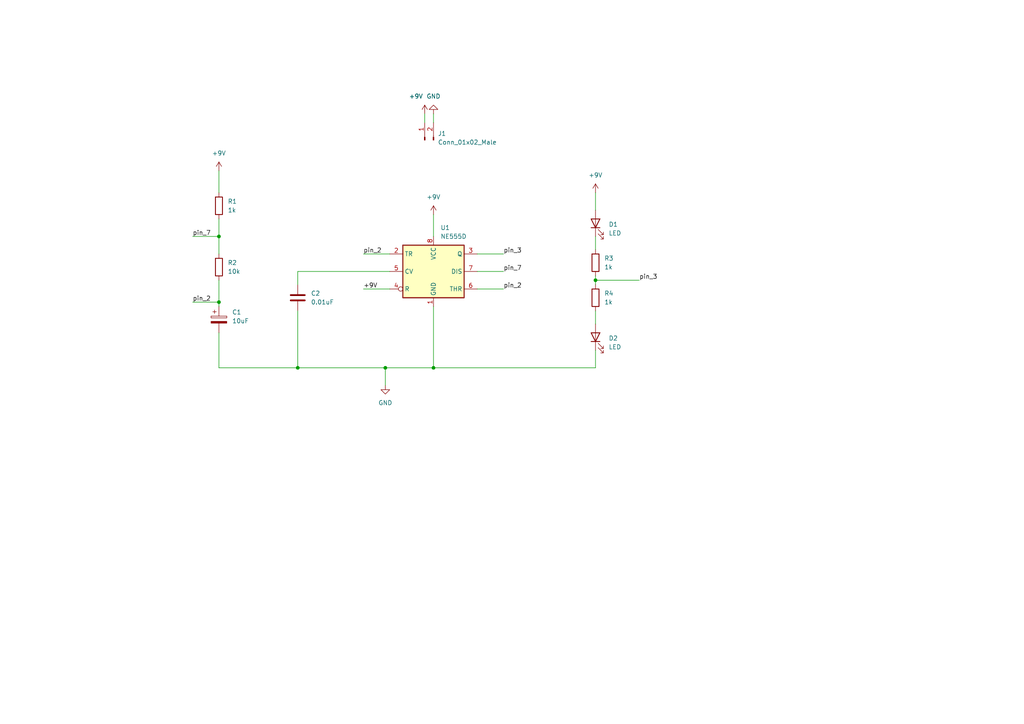
<source format=kicad_sch>
(kicad_sch (version 20211123) (generator eeschema)
  (paper "A4")
  (lib_symbols
    (symbol "Connector:Conn_01x02_Male" (pin_names (offset 1.016) hide)
      (property "Reference" "J" (at 0 2.54 0))
      (property "Value" "Conn_01x02_Male" (at 0 -5.08 0))
      (symbol "Conn_01x02_Male_1_1"
        (polyline (pts (xy 1.27 -2.54) (xy 0.8636 -2.54)) (stroke (width 0.1524)))
        (polyline (pts (xy 1.27 0) (xy 0.8636 0)) (stroke (width 0.1524)))
        (rectangle (start 0.8636 -2.413) (end 0 -2.667) (stroke (width 0.1524)) (fill (type outline)))
        (rectangle (start 0.8636 0.127) (end 0 -0.127) (stroke (width 0.1524)) (fill (type outline)))
        (pin passive line (at 5.08 0 180) (length 3.81) (name "Pin_1") (number "1"))
        (pin passive line (at 5.08 -2.54 180) (length 3.81) (name "Pin_2") (number "2"))
      )
    )
    (symbol "Device:C" (pin_numbers hide) (pin_names (offset 0.254))
      (property "Reference" "C" (at 0.635 2.54 0))
      (property "Value" "C" (at 0.635 -2.54 0))
      (symbol "C_0_1"
        (polyline (pts (xy -2.032 -0.762) (xy 2.032 -0.762)) (stroke (width 0.508)))
        (polyline (pts (xy -2.032 0.762) (xy 2.032 0.762)) (stroke (width 0.508)))
      )
      (symbol "C_1_1"
        (pin passive line (at 0 3.81 270) (length 2.794) (name "~") (number "1"))
        (pin passive line (at 0 -3.81 90) (length 2.794) (name "~") (number "2"))
      )
    )
    (symbol "Device:C_Polarized" (pin_numbers hide) (pin_names (offset 0.254))
      (property "Reference" "C" (at 0.635 2.54 0))
      (property "Value" "C_Polarized" (at 0.635 -2.54 0))
      (symbol "C_Polarized_0_1"
        (rectangle (start -2.286 0.508) (end 2.286 1.016))
        (polyline (pts (xy -1.778 2.286) (xy -0.762 2.286)))
        (polyline (pts (xy -1.27 2.794) (xy -1.27 1.778)))
        (rectangle (start 2.286 -0.508) (end -2.286 -1.016) (fill (type outline)))
      )
      (symbol "C_Polarized_1_1"
        (pin passive line (at 0 3.81 270) (length 2.794) (name "~") (number "1"))
        (pin passive line (at 0 -3.81 90) (length 2.794) (name "~") (number "2"))
      )
    )
    (symbol "Device:LED" (pin_numbers hide) (pin_names (offset 1.016) hide)
      (property "Reference" "D" (at 0 2.54 0))
      (property "Value" "LED" (at 0 -2.54 0))
      (symbol "LED_0_1"
        (polyline (pts (xy -1.27 -1.27) (xy -1.27 1.27)) (stroke (width 0.254)))
        (polyline (pts (xy -1.27 0) (xy 1.27 0)))
        (polyline (pts (xy 1.27 -1.27) (xy 1.27 1.27) (xy -1.27 0) (xy 1.27 -1.27)) (stroke (width 0.254)))
        (polyline (pts (xy -3.048 -0.762) (xy -4.572 -2.286) (xy -3.81 -2.286) (xy -4.572 -2.286) (xy -4.572 -1.524)))
        (polyline (pts (xy -1.778 -0.762) (xy -3.302 -2.286) (xy -2.54 -2.286) (xy -3.302 -2.286) (xy -3.302 -1.524)))
      )
      (symbol "LED_1_1"
        (pin passive line (at -3.81 0 0) (length 2.54) (name "K") (number "1"))
        (pin passive line (at 3.81 0 180) (length 2.54) (name "A") (number "2"))
      )
    )
    (symbol "Device:R" (pin_numbers hide) (pin_names (offset 0))
      (property "Reference" "R" (at 2.032 0 90))
      (property "Value" "R" (at 0 0 90))
      (symbol "R_0_1"
        (rectangle (start -1.016 -2.54) (end 1.016 2.54) (stroke (width 0.254)))
      )
      (symbol "R_1_1"
        (pin passive line (at 0 3.81 270) (length 1.27) (name "~") (number "1"))
        (pin passive line (at 0 -3.81 90) (length 1.27) (name "~") (number "2"))
      )
    )
    (symbol "Timer:NE555D"
      (property "Reference" "U" (at -10.16 8.89 0))
      (property "Value" "NE555D" (at 2.54 8.89 0))
      (symbol "NE555D_0_0"
        (pin power_in line (at 0 -10.16 90) (length 2.54) (name "GND") (number "1"))
        (pin power_in line (at 0 10.16 270) (length 2.54) (name "VCC") (number "8"))
      )
      (symbol "NE555D_0_1"
        (rectangle (start -8.89 -7.62) (end 8.89 7.62) (stroke (width 0.254)) (fill (type background)))
        (rectangle (start -8.89 -7.62) (end 8.89 7.62) (stroke (width 0.254)) (fill (type background)))
      )
      (symbol "NE555D_1_1"
        (pin input line (at -12.7 5.08 0) (length 3.81) (name "TR") (number "2"))
        (pin output line (at 12.7 5.08 180) (length 3.81) (name "Q") (number "3"))
        (pin input inverted (at -12.7 -5.08 0) (length 3.81) (name "R") (number "4"))
        (pin input line (at -12.7 0 0) (length 3.81) (name "CV") (number "5"))
        (pin input line (at 12.7 -5.08 180) (length 3.81) (name "THR") (number "6"))
        (pin input line (at 12.7 0 180) (length 3.81) (name "DIS") (number "7"))
      )
    )
    (symbol "power:+9V" (power) (pin_names (offset 0))
      (property "Value" "+9V" (at 0 3.556 0))
      (symbol "+9V_0_1"
        (polyline (pts (xy -0.762 1.27) (xy 0 2.54)))
        (polyline (pts (xy 0 0) (xy 0 2.54)))
        (polyline (pts (xy 0 2.54) (xy 0.762 1.27)))
      )
      (symbol "+9V_1_1"
        (pin power_in line (at 0 0 90) (length 0) hide (name "+9V") (number "1"))
      )
    )
    (symbol "power:GND" (power) (pin_names (offset 0))
      (property "Value" "GND" (at 0 -3.81 0))
      (symbol "GND_0_1"
        (polyline (pts (xy 0 0) (xy 0 -1.27) (xy 1.27 -1.27) (xy 0 -2.54) (xy -1.27 -1.27) (xy 0 -1.27)))
      )
      (symbol "GND_1_1"
        (pin power_in line (at 0 0 270) (length 0) hide (name "GND") (number "1"))
      )
    )
  )
  (junction (at 86.36 106.68))
  (junction (at 63.5 87.63))
  (junction (at 125.73 106.68))
  (junction (at 63.5 68.58))
  (junction (at 172.72 81.28))
  (junction (at 111.76 106.68))
  (wire (pts (xy 172.72 81.28) (xy 185.42 81.28)))
  (wire (pts (xy 63.5 96.52) (xy 63.5 106.68)))
  (wire (pts (xy 111.76 106.68) (xy 111.76 111.76)))
  (wire (pts (xy 172.72 81.28) (xy 172.72 82.55)))
  (wire (pts (xy 125.73 106.68) (xy 172.72 106.68)))
  (wire (pts (xy 105.41 73.66) (xy 113.03 73.66)))
  (wire (pts (xy 138.43 73.66) (xy 146.05 73.66)))
  (wire (pts (xy 86.36 82.55) (xy 86.36 78.74)))
  (wire (pts (xy 55.88 87.63) (xy 63.5 87.63)))
  (wire (pts (xy 123.19 33.02) (xy 123.19 35.56)))
  (wire (pts (xy 172.72 55.88) (xy 172.72 60.96)))
  (wire (pts (xy 105.41 83.82) (xy 113.03 83.82)))
  (wire (pts (xy 138.43 83.82) (xy 146.05 83.82)))
  (wire (pts (xy 172.72 68.58) (xy 172.72 72.39)))
  (wire (pts (xy 172.72 93.98) (xy 172.72 90.17)))
  (wire (pts (xy 63.5 87.63) (xy 63.5 88.9)))
  (wire (pts (xy 63.5 49.53) (xy 63.5 55.88)))
  (wire (pts (xy 63.5 63.5) (xy 63.5 68.58)))
  (wire (pts (xy 125.73 62.23) (xy 125.73 68.58)))
  (wire (pts (xy 86.36 106.68) (xy 111.76 106.68)))
  (wire (pts (xy 86.36 78.74) (xy 113.03 78.74)))
  (wire (pts (xy 86.36 90.17) (xy 86.36 106.68)))
  (wire (pts (xy 55.88 68.58) (xy 63.5 68.58)))
  (wire (pts (xy 63.5 106.68) (xy 86.36 106.68)))
  (wire (pts (xy 172.72 80.01) (xy 172.72 81.28)))
  (wire (pts (xy 125.73 88.9) (xy 125.73 106.68)))
  (wire (pts (xy 63.5 81.28) (xy 63.5 87.63)))
  (wire (pts (xy 125.73 33.02) (xy 125.73 35.56)))
  (wire (pts (xy 63.5 68.58) (xy 63.5 73.66)))
  (wire (pts (xy 138.43 78.74) (xy 146.05 78.74)))
  (wire (pts (xy 111.76 106.68) (xy 125.73 106.68)))
  (wire (pts (xy 172.72 106.68) (xy 172.72 101.6)))
  (label "pin_2" (at 55.88 87.63 0))
  (label "pin_7" (at 55.88 68.58 0))
  (label "pin_3" (at 185.42 81.28 0))
  (label "+9V" (at 105.41 83.82 0))
  (label "pin_2" (at 146.05 83.82 0))
  (label "pin_7" (at 146.05 78.74 0))
  (label "pin_3" (at 146.05 73.66 0))
  (label "pin_2" (at 105.41 73.66 0))
  (symbol (lib_id "Device:LED") (at 172.72 64.77 90) (unit 1)
    (property "Reference" "D1" (at 176.53 65.0874 90) (effects (justify right)))
    (property "Value" "LED" (at 176.53 67.6274 90) (effects (justify right)))
    (property "Footprint" "LED_1206_3216Metric_Pad1.42x1.75mm_HandSolder" (effects hide))
  )
  (symbol (lib_id "Timer:NE555D") (at 125.73 78.74 0) (unit 1)
    (property "Reference" "U1" (at 127.7494 66.04 0) (effects (justify left)))
    (property "Value" "NE555D" (at 127.7494 68.58 0) (effects (justify left)))
    (property "Footprint" "SOIC-8-1EP_3.9x4.9mm_P1.27mm_EP2.29x3mm" (effects hide))
    (property "Datasheet" "http://www.ti.com/lit/ds/symlink/ne555.pdf" (effects hide))
  )
  (symbol (lib_id "power:+9V") (at 63.5 49.53 0) (unit 1)
    (property "Reference" "#PWR01" (effects hide))
    (property "Value" "+9V" (at 63.5 44.45 0))
  )
  (symbol (lib_id "Device:R") (at 172.72 86.36 0) (unit 1)
    (property "Reference" "R4" (at 175.26 85.0899 0) (effects (justify left)))
    (property "Value" "1k" (at 175.26 87.6299 0) (effects (justify left)))
    (property "Footprint" "R_0805_2012Metric_Pad1.20x1.40mm_HandSolder" (effects hide))
  )
  (symbol (lib_id "Connector:Conn_01x02_Male") (at 123.19 40.64 90) (unit 1)
    (property "Reference" "J1" (at 127 38.7349 90) (effects (justify right)))
    (property "Value" "Conn_01x02_Male" (at 127 41.2749 90) (effects (justify right)))
    (property "Footprint" "TerminalBlock_bornier-2_P5.08mm" (effects hide))
  )
  (symbol (lib_id "Device:LED") (at 172.72 97.79 90) (unit 1)
    (property "Reference" "D2" (at 176.53 98.1074 90) (effects (justify right)))
    (property "Value" "LED" (at 176.53 100.6474 90) (effects (justify right)))
    (property "Footprint" "LED_1206_3216Metric_Pad1.42x1.75mm_HandSolder" (effects hide))
  )
  (symbol (lib_id "power:+9V") (at 125.73 62.23 0) (unit 1)
    (property "Reference" "#PWR05" (effects hide))
    (property "Value" "+9V" (at 125.73 57.15 0))
  )
  (symbol (lib_id "power:+9V") (at 123.19 33.02 0) (unit 1)
    (property "Reference" "#PWR03" (effects hide))
    (property "Value" "+9V" (at 120.65 27.94 0))
  )
  (symbol (lib_id "Device:R") (at 63.5 59.69 0) (unit 1)
    (property "Reference" "R1" (at 66.04 58.4199 0) (effects (justify left)))
    (property "Value" "1k" (at 66.04 60.9599 0) (effects (justify left)))
    (property "Footprint" "R_0805_2012Metric_Pad1.20x1.40mm_HandSolder" (effects hide))
  )
  (symbol (lib_id "power:GND") (at 125.73 33.02 180) (unit 1)
    (property "Reference" "#PWR04" (effects hide))
    (property "Value" "GND" (at 125.73 27.94 0))
  )
  (symbol (lib_id "Device:R") (at 63.5 77.47 0) (unit 1)
    (property "Reference" "R2" (at 66.04 76.1999 0) (effects (justify left)))
    (property "Value" "10k" (at 66.04 78.7399 0) (effects (justify left)))
    (property "Footprint" "R_0805_2012Metric_Pad1.20x1.40mm_HandSolder" (effects hide))
  )
  (symbol (lib_id "power:GND") (at 111.76 111.76 0) (unit 1)
    (property "Reference" "#PWR02" (effects hide))
    (property "Value" "GND" (at 111.76 116.84 0))
  )
  (symbol (lib_id "power:+9V") (at 172.72 55.88 0) (unit 1)
    (property "Reference" "#PWR06" (effects hide))
    (property "Value" "+9V" (at 172.72 50.8 0))
  )
  (symbol (lib_id "Device:R") (at 172.72 76.2 0) (unit 1)
    (property "Reference" "R3" (at 175.26 74.9299 0) (effects (justify left)))
    (property "Value" "1k" (at 175.26 77.4699 0) (effects (justify left)))
    (property "Footprint" "R_0805_2012Metric_Pad1.20x1.40mm_HandSolder" (effects hide))
  )
  (symbol (lib_id "Device:C") (at 86.36 86.36 0) (unit 1)
    (property "Reference" "C2" (at 90.17 85.0899 0) (effects (justify left)))
    (property "Value" "0.01uF" (at 90.17 87.6299 0) (effects (justify left)))
    (property "Footprint" "C_0805_2012Metric_Pad1.18x1.45mm_HandSolder" (effects hide))
  )
  (symbol (lib_id "Device:C_Polarized") (at 63.5 92.71 0) (unit 1)
    (property "Reference" "C1" (at 67.31 90.5509 0) (effects (justify left)))
    (property "Value" "10uF" (at 67.31 93.0909 0) (effects (justify left)))
    (property "Footprint" "CP_EIA-3216-18_Kemet-A_Pad1.58x1.35mm_HandSolder" (effects hide))
  )
)
</source>
